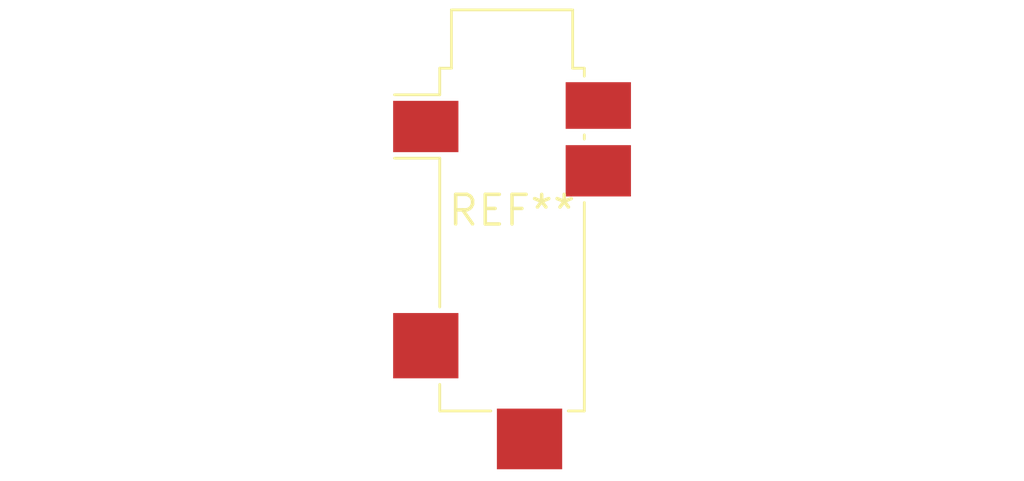
<source format=kicad_pcb>
(kicad_pcb (version 20240108) (generator pcbnew)
  (layers (0 "F.Cu" signal) (31 "B.Cu" signal) (34 "B.Paste" user) (35 "F.Paste" user) (36 "B.SilkS" user "B.Silkscreen") (37 "F.SilkS" user "F.Silkscreen") (38 "B.Mask" user) (39 "F.Mask" user) (44 "Edge.Cuts" user))
  (net 0 "")
  (footprint "Jack_3.5mm_CUI_SJ2-3593D-SMT_Horizontal" (layer "F.Cu") (at 0 0)
    (property "Reference" "REF**")
    (property "Value" "Jack_3.5mm_CUI_SJ2-3593D-SMT_Horizontal")
    (fp_line (start -3.1 -6.1) (end -2.6 -6.1) (layer "F.SilkS") (stroke (width 0.12)))
    (fp_line (start -3.1 -4.96) (end -5.04 -4.96) (layer "F.SilkS") (stroke (width 0.12)))
    (fp_line (start -3.1 -4.96) (end -3.1 -6.1) (layer "F.SilkS") (stroke (width 0.12)))
    (fp_line (start -3.1 -2.24) (end -5.04 -2.24) (layer "F.SilkS") (stroke (width 0.12)))
    (fp_line (start -3.1 4.14) (end -3.1 -2.24) (layer "F.SilkS") (stroke (width 0.12)))
    (fp_line (start -3.1 8.6) (end -3.1 7.46) (layer "F.SilkS") (stroke (width 0.12)))
    (fp_line (start -2.6 -8.6) (end 2.6 -8.6) (layer "F.SilkS") (stroke (width 0.12)))
    (fp_line (start -2.6 -6.1) (end -2.6 -8.6) (layer "F.SilkS") (stroke (width 0.12)))
    (fp_line (start -0.91 8.6) (end -3.1 8.6) (layer "F.SilkS") (stroke (width 0.12)))
    (fp_line (start 2.6 -8.6) (end 2.6 -6.1) (layer "F.SilkS") (stroke (width 0.12)))
    (fp_line (start 2.6 -6.1) (end 3.1 -6.1) (layer "F.SilkS") (stroke (width 0.12)))
    (fp_line (start 3.1 -6.1) (end 3.1 -5.76) (layer "F.SilkS") (stroke (width 0.12)))
    (fp_line (start 3.1 -3.24) (end 3.1 -3.06) (layer "F.SilkS") (stroke (width 0.12)))
    (fp_line (start 3.1 -0.34) (end 3.1 8.6) (layer "F.SilkS") (stroke (width 0.12)))
    (fp_line (start 3.1 8.6) (end 2.41 8.6) (layer "F.SilkS") (stroke (width 0.12)))
    (pad "" np_thru_hole circle (at 0 -2.5) (size 1.7 1.7) (drill 1.7) (layers *.Cu *.Mask))
    (pad "" np_thru_hole circle (at 0 4.5) (size 1.7 1.7) (drill 1.7) (layers *.Cu *.Mask))
    (pad "R" smd rect (at 3.7 -1.7) (size 2.8 2.2) (layers "F.Cu" "F.Paste" "F.Mask"))
    (pad "RN" smd rect (at 3.7 -4.5) (size 2.8 2) (layers "F.Cu" "F.Paste" "F.Mask"))
    (pad "S" smd rect (at -3.7 -3.6) (size 2.8 2.2) (layers "F.Cu" "F.Paste" "F.Mask"))
    (pad "T" smd rect (at -3.7 5.8) (size 2.8 2.8) (layers "F.Cu" "F.Paste" "F.Mask"))
    (pad "TN" smd rect (at 0.75 9.8) (size 2.8 2.6) (layers "F.Cu" "F.Paste" "F.Mask"))
  )
)
</source>
